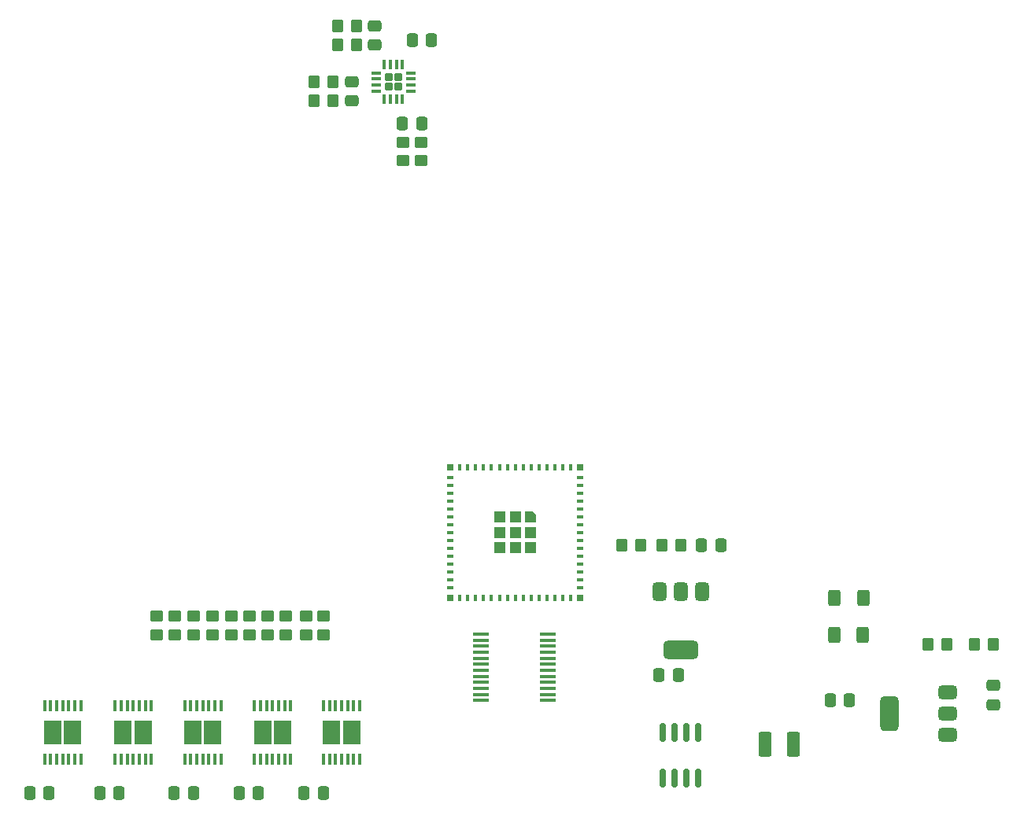
<source format=gbr>
%TF.GenerationSoftware,KiCad,Pcbnew,8.0.7-8.0.7-0~ubuntu22.04.1*%
%TF.CreationDate,2024-12-30T17:04:23+01:00*%
%TF.ProjectId,electronics,656c6563-7472-46f6-9e69-63732e6b6963,rev?*%
%TF.SameCoordinates,Original*%
%TF.FileFunction,Paste,Bot*%
%TF.FilePolarity,Positive*%
%FSLAX46Y46*%
G04 Gerber Fmt 4.6, Leading zero omitted, Abs format (unit mm)*
G04 Created by KiCad (PCBNEW 8.0.7-8.0.7-0~ubuntu22.04.1) date 2024-12-30 17:04:23*
%MOMM*%
%LPD*%
G01*
G04 APERTURE LIST*
G04 Aperture macros list*
%AMRoundRect*
0 Rectangle with rounded corners*
0 $1 Rounding radius*
0 $2 $3 $4 $5 $6 $7 $8 $9 X,Y pos of 4 corners*
0 Add a 4 corners polygon primitive as box body*
4,1,4,$2,$3,$4,$5,$6,$7,$8,$9,$2,$3,0*
0 Add four circle primitives for the rounded corners*
1,1,$1+$1,$2,$3*
1,1,$1+$1,$4,$5*
1,1,$1+$1,$6,$7*
1,1,$1+$1,$8,$9*
0 Add four rect primitives between the rounded corners*
20,1,$1+$1,$2,$3,$4,$5,0*
20,1,$1+$1,$4,$5,$6,$7,0*
20,1,$1+$1,$6,$7,$8,$9,0*
20,1,$1+$1,$8,$9,$2,$3,0*%
%AMOutline5P*
0 Free polygon, 5 corners , with rotation*
0 The origin of the aperture is its center*
0 number of corners: always 5*
0 $1 to $10 corner X, Y*
0 $11 Rotation angle, in degrees counterclockwise*
0 create outline with 5 corners*
4,1,5,$1,$2,$3,$4,$5,$6,$7,$8,$9,$10,$1,$2,$11*%
%AMOutline6P*
0 Free polygon, 6 corners , with rotation*
0 The origin of the aperture is its center*
0 number of corners: always 6*
0 $1 to $12 corner X, Y*
0 $13 Rotation angle, in degrees counterclockwise*
0 create outline with 6 corners*
4,1,6,$1,$2,$3,$4,$5,$6,$7,$8,$9,$10,$11,$12,$1,$2,$13*%
%AMOutline7P*
0 Free polygon, 7 corners , with rotation*
0 The origin of the aperture is its center*
0 number of corners: always 7*
0 $1 to $14 corner X, Y*
0 $15 Rotation angle, in degrees counterclockwise*
0 create outline with 7 corners*
4,1,7,$1,$2,$3,$4,$5,$6,$7,$8,$9,$10,$11,$12,$13,$14,$1,$2,$15*%
%AMOutline8P*
0 Free polygon, 8 corners , with rotation*
0 The origin of the aperture is its center*
0 number of corners: always 8*
0 $1 to $16 corner X, Y*
0 $17 Rotation angle, in degrees counterclockwise*
0 create outline with 8 corners*
4,1,8,$1,$2,$3,$4,$5,$6,$7,$8,$9,$10,$11,$12,$13,$14,$15,$16,$1,$2,$17*%
G04 Aperture macros list end*
%ADD10RoundRect,0.250000X0.400000X0.625000X-0.400000X0.625000X-0.400000X-0.625000X0.400000X-0.625000X0*%
%ADD11RoundRect,0.250000X-0.350000X-0.450000X0.350000X-0.450000X0.350000X0.450000X-0.350000X0.450000X0*%
%ADD12R,0.800000X0.400000*%
%ADD13R,0.400000X0.800000*%
%ADD14R,1.200000X1.200000*%
%ADD15Outline5P,-0.600000X0.600000X0.600000X0.600000X0.600000X-0.600000X-0.204000X-0.600000X-0.600000X-0.204000X180.000000*%
%ADD16R,0.800000X0.800000*%
%ADD17RoundRect,0.250000X-0.450000X0.350000X-0.450000X-0.350000X0.450000X-0.350000X0.450000X0.350000X0*%
%ADD18RoundRect,0.150000X-0.150000X0.825000X-0.150000X-0.825000X0.150000X-0.825000X0.150000X0.825000X0*%
%ADD19RoundRect,0.250000X-0.337500X-0.475000X0.337500X-0.475000X0.337500X0.475000X-0.337500X0.475000X0*%
%ADD20RoundRect,0.375000X-0.375000X0.625000X-0.375000X-0.625000X0.375000X-0.625000X0.375000X0.625000X0*%
%ADD21RoundRect,0.500000X-1.400000X0.500000X-1.400000X-0.500000X1.400000X-0.500000X1.400000X0.500000X0*%
%ADD22R,1.750000X0.450000*%
%ADD23RoundRect,0.250000X0.350000X0.450000X-0.350000X0.450000X-0.350000X-0.450000X0.350000X-0.450000X0*%
%ADD24R,1.850000X2.650000*%
%ADD25R,0.450000X1.310000*%
%ADD26RoundRect,0.250000X0.337500X0.475000X-0.337500X0.475000X-0.337500X-0.475000X0.337500X-0.475000X0*%
%ADD27RoundRect,0.375000X0.625000X0.375000X-0.625000X0.375000X-0.625000X-0.375000X0.625000X-0.375000X0*%
%ADD28RoundRect,0.500000X0.500000X1.400000X-0.500000X1.400000X-0.500000X-1.400000X0.500000X-1.400000X0*%
%ADD29RoundRect,0.250000X-0.475000X0.337500X-0.475000X-0.337500X0.475000X-0.337500X0.475000X0.337500X0*%
%ADD30RoundRect,0.250000X0.450000X-0.350000X0.450000X0.350000X-0.450000X0.350000X-0.450000X-0.350000X0*%
%ADD31RoundRect,0.250001X0.462499X1.074999X-0.462499X1.074999X-0.462499X-1.074999X0.462499X-1.074999X0*%
%ADD32RoundRect,0.212500X-0.212500X0.212500X-0.212500X-0.212500X0.212500X-0.212500X0.212500X0.212500X0*%
%ADD33RoundRect,0.087500X-0.087500X0.425000X-0.087500X-0.425000X0.087500X-0.425000X0.087500X0.425000X0*%
%ADD34RoundRect,0.087500X-0.425000X0.087500X-0.425000X-0.087500X0.425000X-0.087500X0.425000X0.087500X0*%
G04 APERTURE END LIST*
D10*
%TO.C,R15*%
X117500000Y-111000000D03*
X114400000Y-111000000D03*
%TD*%
D11*
%TO.C,R12*%
X61000000Y-45500000D03*
X63000000Y-45500000D03*
%TD*%
D12*
%TO.C,U4*%
X87100000Y-94050000D03*
X87100000Y-94900000D03*
X87100000Y-95750000D03*
X87100000Y-96600000D03*
X87100000Y-97450000D03*
X87100000Y-98300000D03*
X87100000Y-99150000D03*
X87100000Y-100000000D03*
X87100000Y-100850000D03*
X87100000Y-101700000D03*
X87100000Y-102550000D03*
X87100000Y-103400000D03*
X87100000Y-104250000D03*
X87100000Y-105100000D03*
X87100000Y-105950000D03*
D13*
X86050000Y-107000000D03*
X85200000Y-107000000D03*
X84350000Y-107000000D03*
X83500000Y-107000000D03*
X82650000Y-107000000D03*
X81800000Y-107000000D03*
X80950000Y-107000000D03*
X80100000Y-107000000D03*
X79250000Y-107000000D03*
X78400000Y-107000000D03*
X77550000Y-107000000D03*
X76700000Y-107000000D03*
X75850000Y-107000000D03*
X75000000Y-107000000D03*
X74150000Y-107000000D03*
D12*
X73100000Y-105950000D03*
X73100000Y-105100000D03*
X73100000Y-104250000D03*
X73100000Y-103400000D03*
X73100000Y-102550000D03*
X73100000Y-101700000D03*
X73100000Y-100850000D03*
X73100000Y-100000000D03*
X73100000Y-99150000D03*
X73100000Y-98300000D03*
X73100000Y-97450000D03*
X73100000Y-96600000D03*
X73100000Y-95750000D03*
X73100000Y-94900000D03*
X73100000Y-94050000D03*
D13*
X74150000Y-93000000D03*
X75000000Y-93000000D03*
X75850000Y-93000000D03*
X76700000Y-93000000D03*
X77550000Y-93000000D03*
X78400000Y-93000000D03*
X79250000Y-93000000D03*
X80100000Y-93000000D03*
X80950000Y-93000000D03*
X81800000Y-93000000D03*
X82650000Y-93000000D03*
X83500000Y-93000000D03*
X84350000Y-93000000D03*
X85200000Y-93000000D03*
X86050000Y-93000000D03*
D14*
X81750000Y-101650000D03*
X81750000Y-100000000D03*
D15*
X81750000Y-98350000D03*
D14*
X80100000Y-101650000D03*
X80100000Y-100000000D03*
X80100000Y-98350000D03*
X78450000Y-101650000D03*
X78450000Y-100000000D03*
X78450000Y-98350000D03*
D16*
X87100000Y-93000000D03*
X87100000Y-107000000D03*
X73100000Y-107000000D03*
X73100000Y-93000000D03*
%TD*%
D11*
%TO.C,R10*%
X58500000Y-51500000D03*
X60500000Y-51500000D03*
%TD*%
D17*
%TO.C,R_DEN4*%
X55425000Y-109000000D03*
X55425000Y-111000000D03*
%TD*%
D18*
%TO.C,U3*%
X96000000Y-121500000D03*
X97270000Y-121500000D03*
X98540000Y-121500000D03*
X99810000Y-121500000D03*
X99810000Y-126450000D03*
X98540000Y-126450000D03*
X97270000Y-126450000D03*
X96000000Y-126450000D03*
%TD*%
D19*
%TO.C,C4*%
X95567500Y-115325000D03*
X97642500Y-115325000D03*
%TD*%
D20*
%TO.C,U2*%
X95605000Y-106325000D03*
X97905000Y-106325000D03*
D21*
X97905000Y-112625000D03*
D20*
X100205000Y-106325000D03*
%TD*%
D17*
%TO.C,R_DEN3*%
X51500000Y-109000000D03*
X51500000Y-111000000D03*
%TD*%
D22*
%TO.C,U5*%
X76400000Y-118075000D03*
X76400000Y-117425000D03*
X76400000Y-116775000D03*
X76400000Y-116125000D03*
X76400000Y-115475000D03*
X76400000Y-114825000D03*
X76400000Y-114175000D03*
X76400000Y-113525000D03*
X76400000Y-112875000D03*
X76400000Y-112225000D03*
X76400000Y-111575000D03*
X76400000Y-110925000D03*
X83600000Y-110925000D03*
X83600000Y-111575000D03*
X83600000Y-112225000D03*
X83600000Y-112875000D03*
X83600000Y-113525000D03*
X83600000Y-114175000D03*
X83600000Y-114825000D03*
X83600000Y-115475000D03*
X83600000Y-116125000D03*
X83600000Y-116775000D03*
X83600000Y-117425000D03*
X83600000Y-118075000D03*
%TD*%
D17*
%TO.C,R_IN1*%
X41500000Y-109000000D03*
X41500000Y-111000000D03*
%TD*%
D23*
%TO.C,R3*%
X97905000Y-101325000D03*
X95905000Y-101325000D03*
%TD*%
D17*
%TO.C,R_DEN5*%
X59500000Y-109000000D03*
X59500000Y-111000000D03*
%TD*%
D24*
%TO.C,U8*%
X47575000Y-121500000D03*
X45425000Y-121500000D03*
D25*
X44550000Y-118650000D03*
X45200000Y-118650000D03*
X45850000Y-118650000D03*
X46500000Y-118655000D03*
X47150000Y-118650000D03*
X47800000Y-118650000D03*
X48450000Y-118650000D03*
X48450000Y-124350000D03*
X47800000Y-124350000D03*
X47150000Y-124350000D03*
X46500000Y-124350000D03*
X45850000Y-124350000D03*
X45200000Y-124350000D03*
X44550000Y-124350000D03*
%TD*%
D26*
%TO.C,C_GND1*%
X29962500Y-128000000D03*
X27887500Y-128000000D03*
%TD*%
D11*
%TO.C,R13*%
X61000000Y-47500000D03*
X63000000Y-47500000D03*
%TD*%
D23*
%TO.C,R2*%
X126500000Y-112000000D03*
X124500000Y-112000000D03*
%TD*%
D17*
%TO.C,R_IN3*%
X49575000Y-109000000D03*
X49575000Y-111000000D03*
%TD*%
D27*
%TO.C,U1*%
X126650000Y-117200000D03*
X126650000Y-119500000D03*
D28*
X120350000Y-119500000D03*
D27*
X126650000Y-121800000D03*
%TD*%
D24*
%TO.C,U9*%
X55075000Y-121500000D03*
X52925000Y-121500000D03*
D25*
X52050000Y-118650000D03*
X52700000Y-118650000D03*
X53350000Y-118650000D03*
X54000000Y-118655000D03*
X54650000Y-118650000D03*
X55300000Y-118650000D03*
X55950000Y-118650000D03*
X55950000Y-124350000D03*
X55300000Y-124350000D03*
X54650000Y-124350000D03*
X54000000Y-124350000D03*
X53350000Y-124350000D03*
X52700000Y-124350000D03*
X52050000Y-124350000D03*
%TD*%
D11*
%TO.C,R11*%
X58500000Y-53500000D03*
X60500000Y-53500000D03*
%TD*%
D29*
%TO.C,C6*%
X62500000Y-51462500D03*
X62500000Y-53537500D03*
%TD*%
D19*
%TO.C,C1*%
X100130000Y-101325000D03*
X102205000Y-101325000D03*
%TD*%
%TO.C,C7*%
X67962500Y-56000000D03*
X70037500Y-56000000D03*
%TD*%
D17*
%TO.C,R_DEN1*%
X43500000Y-109000000D03*
X43500000Y-111000000D03*
%TD*%
D26*
%TO.C,C_GND5*%
X59462500Y-128000000D03*
X57387500Y-128000000D03*
%TD*%
D24*
%TO.C,U10*%
X62500000Y-121500000D03*
X60350000Y-121500000D03*
D25*
X59475000Y-118650000D03*
X60125000Y-118650000D03*
X60775000Y-118650000D03*
X61425000Y-118655000D03*
X62075000Y-118650000D03*
X62725000Y-118650000D03*
X63375000Y-118650000D03*
X63375000Y-124350000D03*
X62725000Y-124350000D03*
X62075000Y-124350000D03*
X61425000Y-124350000D03*
X60775000Y-124350000D03*
X60125000Y-124350000D03*
X59475000Y-124350000D03*
%TD*%
D26*
%TO.C,C_GND2*%
X37462500Y-128000000D03*
X35387500Y-128000000D03*
%TD*%
%TO.C,C_GND4*%
X52462500Y-128000000D03*
X50387500Y-128000000D03*
%TD*%
D29*
%TO.C,C2*%
X131500000Y-116462500D03*
X131500000Y-118537500D03*
%TD*%
D17*
%TO.C,R_IN2*%
X45500000Y-109000000D03*
X45500000Y-111000000D03*
%TD*%
D26*
%TO.C,C8*%
X71075000Y-47000000D03*
X69000000Y-47000000D03*
%TD*%
D30*
%TO.C,R7*%
X68000000Y-60000000D03*
X68000000Y-58000000D03*
%TD*%
D17*
%TO.C,R_IN5*%
X57575000Y-109000000D03*
X57575000Y-111000000D03*
%TD*%
D10*
%TO.C,R14*%
X117550000Y-107000000D03*
X114450000Y-107000000D03*
%TD*%
D23*
%TO.C,R1*%
X131500000Y-112000000D03*
X129500000Y-112000000D03*
%TD*%
D26*
%TO.C,C_GND3*%
X45462500Y-128000000D03*
X43387500Y-128000000D03*
%TD*%
D17*
%TO.C,R_IN4*%
X53500000Y-109000000D03*
X53500000Y-111000000D03*
%TD*%
D24*
%TO.C,U7*%
X40075000Y-121500000D03*
X37925000Y-121500000D03*
D25*
X37050000Y-118650000D03*
X37700000Y-118650000D03*
X38350000Y-118650000D03*
X39000000Y-118655000D03*
X39650000Y-118650000D03*
X40300000Y-118650000D03*
X40950000Y-118650000D03*
X40950000Y-124350000D03*
X40300000Y-124350000D03*
X39650000Y-124350000D03*
X39000000Y-124350000D03*
X38350000Y-124350000D03*
X37700000Y-124350000D03*
X37050000Y-124350000D03*
%TD*%
D24*
%TO.C,U6*%
X32500000Y-121500000D03*
X30350000Y-121500000D03*
D25*
X29475000Y-118650000D03*
X30125000Y-118650000D03*
X30775000Y-118650000D03*
X31425000Y-118655000D03*
X32075000Y-118650000D03*
X32725000Y-118650000D03*
X33375000Y-118650000D03*
X33375000Y-124350000D03*
X32725000Y-124350000D03*
X32075000Y-124350000D03*
X31425000Y-124350000D03*
X30775000Y-124350000D03*
X30125000Y-124350000D03*
X29475000Y-124350000D03*
%TD*%
D31*
%TO.C,D1*%
X109979000Y-122765000D03*
X107004000Y-122765000D03*
%TD*%
D30*
%TO.C,R9*%
X70000000Y-60000000D03*
X70000000Y-58000000D03*
%TD*%
D23*
%TO.C,R4*%
X93605000Y-101325000D03*
X91605000Y-101325000D03*
%TD*%
D29*
%TO.C,C5*%
X65000000Y-45462500D03*
X65000000Y-47537500D03*
%TD*%
D19*
%TO.C,C3*%
X113962500Y-118000000D03*
X116037500Y-118000000D03*
%TD*%
D32*
%TO.C,U11*%
X67525000Y-50975000D03*
X66475000Y-50975000D03*
X67525000Y-52025000D03*
X66475000Y-52025000D03*
D33*
X66025000Y-49637500D03*
X66675000Y-49637500D03*
X67325000Y-49637500D03*
X67975000Y-49637500D03*
D34*
X68862500Y-50525000D03*
X68862500Y-51175000D03*
X68862500Y-51825000D03*
X68862500Y-52475000D03*
D33*
X67975000Y-53362500D03*
X67325000Y-53362500D03*
X66675000Y-53362500D03*
X66025000Y-53362500D03*
D34*
X65137500Y-52475000D03*
X65137500Y-51825000D03*
X65137500Y-51175000D03*
X65137500Y-50525000D03*
%TD*%
D17*
%TO.C,R_DEN2*%
X47500000Y-109000000D03*
X47500000Y-111000000D03*
%TD*%
M02*

</source>
